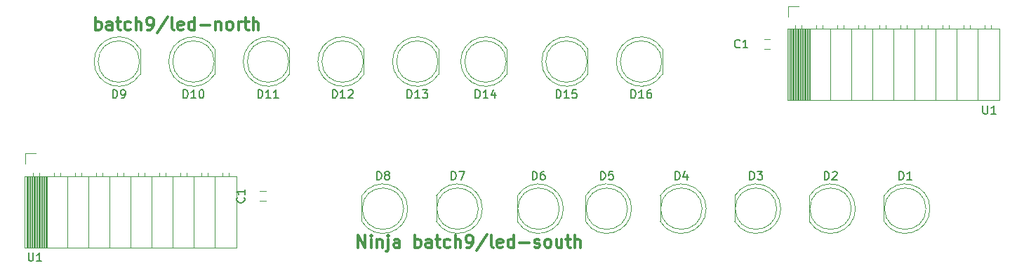
<source format=gto>
G04 #@! TF.GenerationSoftware,KiCad,Pcbnew,(5.1.6-0-10_14)*
G04 #@! TF.CreationDate,2021-08-31T11:09:41+09:00*
G04 #@! TF.ProjectId,qPCR-panel_led_20210831,71504352-2d70-4616-9e65-6c5f6c65645f,rev?*
G04 #@! TF.SameCoordinates,Original*
G04 #@! TF.FileFunction,Legend,Top*
G04 #@! TF.FilePolarity,Positive*
%FSLAX46Y46*%
G04 Gerber Fmt 4.6, Leading zero omitted, Abs format (unit mm)*
G04 Created by KiCad (PCBNEW (5.1.6-0-10_14)) date 2021-08-31 11:09:41*
%MOMM*%
%LPD*%
G01*
G04 APERTURE LIST*
%ADD10C,0.300000*%
%ADD11C,0.120000*%
%ADD12C,0.150000*%
G04 APERTURE END LIST*
D10*
X106997142Y-78008211D02*
X106997142Y-76508211D01*
X107854285Y-78008211D01*
X107854285Y-76508211D01*
X108568571Y-78008211D02*
X108568571Y-77008211D01*
X108568571Y-76508211D02*
X108497142Y-76579640D01*
X108568571Y-76651068D01*
X108640000Y-76579640D01*
X108568571Y-76508211D01*
X108568571Y-76651068D01*
X109282857Y-77008211D02*
X109282857Y-78008211D01*
X109282857Y-77151068D02*
X109354285Y-77079640D01*
X109497142Y-77008211D01*
X109711428Y-77008211D01*
X109854285Y-77079640D01*
X109925714Y-77222497D01*
X109925714Y-78008211D01*
X110640000Y-77008211D02*
X110640000Y-78293925D01*
X110568571Y-78436782D01*
X110425714Y-78508211D01*
X110354285Y-78508211D01*
X110640000Y-76508211D02*
X110568571Y-76579640D01*
X110640000Y-76651068D01*
X110711428Y-76579640D01*
X110640000Y-76508211D01*
X110640000Y-76651068D01*
X111997142Y-78008211D02*
X111997142Y-77222497D01*
X111925714Y-77079640D01*
X111782857Y-77008211D01*
X111497142Y-77008211D01*
X111354285Y-77079640D01*
X111997142Y-77936782D02*
X111854285Y-78008211D01*
X111497142Y-78008211D01*
X111354285Y-77936782D01*
X111282857Y-77793925D01*
X111282857Y-77651068D01*
X111354285Y-77508211D01*
X111497142Y-77436782D01*
X111854285Y-77436782D01*
X111997142Y-77365354D01*
X113854285Y-78008211D02*
X113854285Y-76508211D01*
X113854285Y-77079640D02*
X113997142Y-77008211D01*
X114282857Y-77008211D01*
X114425714Y-77079640D01*
X114497142Y-77151068D01*
X114568571Y-77293925D01*
X114568571Y-77722497D01*
X114497142Y-77865354D01*
X114425714Y-77936782D01*
X114282857Y-78008211D01*
X113997142Y-78008211D01*
X113854285Y-77936782D01*
X115854285Y-78008211D02*
X115854285Y-77222497D01*
X115782857Y-77079640D01*
X115640000Y-77008211D01*
X115354285Y-77008211D01*
X115211428Y-77079640D01*
X115854285Y-77936782D02*
X115711428Y-78008211D01*
X115354285Y-78008211D01*
X115211428Y-77936782D01*
X115140000Y-77793925D01*
X115140000Y-77651068D01*
X115211428Y-77508211D01*
X115354285Y-77436782D01*
X115711428Y-77436782D01*
X115854285Y-77365354D01*
X116354285Y-77008211D02*
X116925714Y-77008211D01*
X116568571Y-76508211D02*
X116568571Y-77793925D01*
X116640000Y-77936782D01*
X116782857Y-78008211D01*
X116925714Y-78008211D01*
X118068571Y-77936782D02*
X117925714Y-78008211D01*
X117640000Y-78008211D01*
X117497142Y-77936782D01*
X117425714Y-77865354D01*
X117354285Y-77722497D01*
X117354285Y-77293925D01*
X117425714Y-77151068D01*
X117497142Y-77079640D01*
X117640000Y-77008211D01*
X117925714Y-77008211D01*
X118068571Y-77079640D01*
X118711428Y-78008211D02*
X118711428Y-76508211D01*
X119354285Y-78008211D02*
X119354285Y-77222497D01*
X119282857Y-77079640D01*
X119140000Y-77008211D01*
X118925714Y-77008211D01*
X118782857Y-77079640D01*
X118711428Y-77151068D01*
X120140000Y-78008211D02*
X120425714Y-78008211D01*
X120568571Y-77936782D01*
X120640000Y-77865354D01*
X120782857Y-77651068D01*
X120854285Y-77365354D01*
X120854285Y-76793925D01*
X120782857Y-76651068D01*
X120711428Y-76579640D01*
X120568571Y-76508211D01*
X120282857Y-76508211D01*
X120140000Y-76579640D01*
X120068571Y-76651068D01*
X119997142Y-76793925D01*
X119997142Y-77151068D01*
X120068571Y-77293925D01*
X120140000Y-77365354D01*
X120282857Y-77436782D01*
X120568571Y-77436782D01*
X120711428Y-77365354D01*
X120782857Y-77293925D01*
X120854285Y-77151068D01*
X122568571Y-76436782D02*
X121282857Y-78365354D01*
X123282857Y-78008211D02*
X123140000Y-77936782D01*
X123068571Y-77793925D01*
X123068571Y-76508211D01*
X124425714Y-77936782D02*
X124282857Y-78008211D01*
X123997142Y-78008211D01*
X123854285Y-77936782D01*
X123782857Y-77793925D01*
X123782857Y-77222497D01*
X123854285Y-77079640D01*
X123997142Y-77008211D01*
X124282857Y-77008211D01*
X124425714Y-77079640D01*
X124497142Y-77222497D01*
X124497142Y-77365354D01*
X123782857Y-77508211D01*
X125782857Y-78008211D02*
X125782857Y-76508211D01*
X125782857Y-77936782D02*
X125640000Y-78008211D01*
X125354285Y-78008211D01*
X125211428Y-77936782D01*
X125140000Y-77865354D01*
X125068571Y-77722497D01*
X125068571Y-77293925D01*
X125140000Y-77151068D01*
X125211428Y-77079640D01*
X125354285Y-77008211D01*
X125640000Y-77008211D01*
X125782857Y-77079640D01*
X126497142Y-77436782D02*
X127640000Y-77436782D01*
X128282857Y-77936782D02*
X128425714Y-78008211D01*
X128711428Y-78008211D01*
X128854285Y-77936782D01*
X128925714Y-77793925D01*
X128925714Y-77722497D01*
X128854285Y-77579640D01*
X128711428Y-77508211D01*
X128497142Y-77508211D01*
X128354285Y-77436782D01*
X128282857Y-77293925D01*
X128282857Y-77222497D01*
X128354285Y-77079640D01*
X128497142Y-77008211D01*
X128711428Y-77008211D01*
X128854285Y-77079640D01*
X129782857Y-78008211D02*
X129640000Y-77936782D01*
X129568571Y-77865354D01*
X129497142Y-77722497D01*
X129497142Y-77293925D01*
X129568571Y-77151068D01*
X129640000Y-77079640D01*
X129782857Y-77008211D01*
X129997142Y-77008211D01*
X130140000Y-77079640D01*
X130211428Y-77151068D01*
X130282857Y-77293925D01*
X130282857Y-77722497D01*
X130211428Y-77865354D01*
X130140000Y-77936782D01*
X129997142Y-78008211D01*
X129782857Y-78008211D01*
X131568571Y-77008211D02*
X131568571Y-78008211D01*
X130925714Y-77008211D02*
X130925714Y-77793925D01*
X130997142Y-77936782D01*
X131140000Y-78008211D01*
X131354285Y-78008211D01*
X131497142Y-77936782D01*
X131568571Y-77865354D01*
X132068571Y-77008211D02*
X132640000Y-77008211D01*
X132282857Y-76508211D02*
X132282857Y-77793925D01*
X132354285Y-77936782D01*
X132497142Y-78008211D01*
X132640000Y-78008211D01*
X133140000Y-78008211D02*
X133140000Y-76508211D01*
X133782857Y-78008211D02*
X133782857Y-77222497D01*
X133711428Y-77079640D01*
X133568571Y-77008211D01*
X133354285Y-77008211D01*
X133211428Y-77079640D01*
X133140000Y-77151068D01*
X75333571Y-51678211D02*
X75333571Y-50178211D01*
X75333571Y-50749640D02*
X75476428Y-50678211D01*
X75762142Y-50678211D01*
X75905000Y-50749640D01*
X75976428Y-50821068D01*
X76047857Y-50963925D01*
X76047857Y-51392497D01*
X75976428Y-51535354D01*
X75905000Y-51606782D01*
X75762142Y-51678211D01*
X75476428Y-51678211D01*
X75333571Y-51606782D01*
X77333571Y-51678211D02*
X77333571Y-50892497D01*
X77262142Y-50749640D01*
X77119285Y-50678211D01*
X76833571Y-50678211D01*
X76690714Y-50749640D01*
X77333571Y-51606782D02*
X77190714Y-51678211D01*
X76833571Y-51678211D01*
X76690714Y-51606782D01*
X76619285Y-51463925D01*
X76619285Y-51321068D01*
X76690714Y-51178211D01*
X76833571Y-51106782D01*
X77190714Y-51106782D01*
X77333571Y-51035354D01*
X77833571Y-50678211D02*
X78405000Y-50678211D01*
X78047857Y-50178211D02*
X78047857Y-51463925D01*
X78119285Y-51606782D01*
X78262142Y-51678211D01*
X78405000Y-51678211D01*
X79547857Y-51606782D02*
X79405000Y-51678211D01*
X79119285Y-51678211D01*
X78976428Y-51606782D01*
X78905000Y-51535354D01*
X78833571Y-51392497D01*
X78833571Y-50963925D01*
X78905000Y-50821068D01*
X78976428Y-50749640D01*
X79119285Y-50678211D01*
X79405000Y-50678211D01*
X79547857Y-50749640D01*
X80190714Y-51678211D02*
X80190714Y-50178211D01*
X80833571Y-51678211D02*
X80833571Y-50892497D01*
X80762142Y-50749640D01*
X80619285Y-50678211D01*
X80405000Y-50678211D01*
X80262142Y-50749640D01*
X80190714Y-50821068D01*
X81619285Y-51678211D02*
X81905000Y-51678211D01*
X82047857Y-51606782D01*
X82119285Y-51535354D01*
X82262142Y-51321068D01*
X82333571Y-51035354D01*
X82333571Y-50463925D01*
X82262142Y-50321068D01*
X82190714Y-50249640D01*
X82047857Y-50178211D01*
X81762142Y-50178211D01*
X81619285Y-50249640D01*
X81547857Y-50321068D01*
X81476428Y-50463925D01*
X81476428Y-50821068D01*
X81547857Y-50963925D01*
X81619285Y-51035354D01*
X81762142Y-51106782D01*
X82047857Y-51106782D01*
X82190714Y-51035354D01*
X82262142Y-50963925D01*
X82333571Y-50821068D01*
X84047857Y-50106782D02*
X82762142Y-52035354D01*
X84762142Y-51678211D02*
X84619285Y-51606782D01*
X84547857Y-51463925D01*
X84547857Y-50178211D01*
X85905000Y-51606782D02*
X85762142Y-51678211D01*
X85476428Y-51678211D01*
X85333571Y-51606782D01*
X85262142Y-51463925D01*
X85262142Y-50892497D01*
X85333571Y-50749640D01*
X85476428Y-50678211D01*
X85762142Y-50678211D01*
X85905000Y-50749640D01*
X85976428Y-50892497D01*
X85976428Y-51035354D01*
X85262142Y-51178211D01*
X87262142Y-51678211D02*
X87262142Y-50178211D01*
X87262142Y-51606782D02*
X87119285Y-51678211D01*
X86833571Y-51678211D01*
X86690714Y-51606782D01*
X86619285Y-51535354D01*
X86547857Y-51392497D01*
X86547857Y-50963925D01*
X86619285Y-50821068D01*
X86690714Y-50749640D01*
X86833571Y-50678211D01*
X87119285Y-50678211D01*
X87262142Y-50749640D01*
X87976428Y-51106782D02*
X89119285Y-51106782D01*
X89833571Y-50678211D02*
X89833571Y-51678211D01*
X89833571Y-50821068D02*
X89905000Y-50749640D01*
X90047857Y-50678211D01*
X90262142Y-50678211D01*
X90405000Y-50749640D01*
X90476428Y-50892497D01*
X90476428Y-51678211D01*
X91404999Y-51678211D02*
X91262142Y-51606782D01*
X91190714Y-51535354D01*
X91119285Y-51392497D01*
X91119285Y-50963925D01*
X91190714Y-50821068D01*
X91262142Y-50749640D01*
X91404999Y-50678211D01*
X91619285Y-50678211D01*
X91762142Y-50749640D01*
X91833571Y-50821068D01*
X91905000Y-50963925D01*
X91905000Y-51392497D01*
X91833571Y-51535354D01*
X91762142Y-51606782D01*
X91619285Y-51678211D01*
X91404999Y-51678211D01*
X92547857Y-51678211D02*
X92547857Y-50678211D01*
X92547857Y-50963925D02*
X92619285Y-50821068D01*
X92690714Y-50749640D01*
X92833571Y-50678211D01*
X92976428Y-50678211D01*
X93262142Y-50678211D02*
X93833571Y-50678211D01*
X93476428Y-50178211D02*
X93476428Y-51463925D01*
X93547857Y-51606782D01*
X93690714Y-51678211D01*
X93833571Y-51678211D01*
X94333571Y-51678211D02*
X94333571Y-50178211D01*
X94976428Y-51678211D02*
X94976428Y-50892497D01*
X94905000Y-50749640D01*
X94762142Y-50678211D01*
X94547857Y-50678211D01*
X94405000Y-50749640D01*
X94333571Y-50821068D01*
D11*
G04 #@! TO.C,C1*
X95850000Y-72399640D02*
X95150000Y-72399640D01*
X95150000Y-71199640D02*
X95850000Y-71199640D01*
G04 #@! TO.C,D1*
X175500000Y-73321640D02*
G75*
G03*
X175500000Y-73321640I-2500000J0D01*
G01*
X170440000Y-71776640D02*
X170440000Y-74866640D01*
X175990000Y-73322102D02*
G75*
G03*
X170440000Y-71776810I-2990000J462D01*
G01*
X175990000Y-73321178D02*
G75*
G02*
X170440000Y-74866470I-2990000J-462D01*
G01*
G04 #@! TO.C,D2*
X161440000Y-71776640D02*
X161440000Y-74866640D01*
X166500000Y-73321640D02*
G75*
G03*
X166500000Y-73321640I-2500000J0D01*
G01*
X166990000Y-73321178D02*
G75*
G02*
X161440000Y-74866470I-2990000J-462D01*
G01*
X166990000Y-73322102D02*
G75*
G03*
X161440000Y-71776810I-2990000J462D01*
G01*
G04 #@! TO.C,D3*
X157500000Y-73321640D02*
G75*
G03*
X157500000Y-73321640I-2500000J0D01*
G01*
X152440000Y-71776640D02*
X152440000Y-74866640D01*
X157990000Y-73322102D02*
G75*
G03*
X152440000Y-71776810I-2990000J462D01*
G01*
X157990000Y-73321178D02*
G75*
G02*
X152440000Y-74866470I-2990000J-462D01*
G01*
G04 #@! TO.C,D4*
X143440000Y-71776640D02*
X143440000Y-74866640D01*
X148500000Y-73321640D02*
G75*
G03*
X148500000Y-73321640I-2500000J0D01*
G01*
X148990000Y-73321178D02*
G75*
G02*
X143440000Y-74866470I-2990000J-462D01*
G01*
X148990000Y-73322102D02*
G75*
G03*
X143440000Y-71776810I-2990000J462D01*
G01*
G04 #@! TO.C,D5*
X139500000Y-73321640D02*
G75*
G03*
X139500000Y-73321640I-2500000J0D01*
G01*
X134440000Y-71776640D02*
X134440000Y-74866640D01*
X139990000Y-73322102D02*
G75*
G03*
X134440000Y-71776810I-2990000J462D01*
G01*
X139990000Y-73321178D02*
G75*
G02*
X134440000Y-74866470I-2990000J-462D01*
G01*
G04 #@! TO.C,D6*
X126210000Y-71776640D02*
X126210000Y-74866640D01*
X131270000Y-73321640D02*
G75*
G03*
X131270000Y-73321640I-2500000J0D01*
G01*
X131760000Y-73321178D02*
G75*
G02*
X126210000Y-74866470I-2990000J-462D01*
G01*
X131760000Y-73322102D02*
G75*
G03*
X126210000Y-71776810I-2990000J462D01*
G01*
G04 #@! TO.C,D7*
X121500000Y-73321640D02*
G75*
G03*
X121500000Y-73321640I-2500000J0D01*
G01*
X116440000Y-71776640D02*
X116440000Y-74866640D01*
X121990000Y-73322102D02*
G75*
G03*
X116440000Y-71776810I-2990000J462D01*
G01*
X121990000Y-73321178D02*
G75*
G02*
X116440000Y-74866470I-2990000J-462D01*
G01*
G04 #@! TO.C,D8*
X107440000Y-71776640D02*
X107440000Y-74866640D01*
X112500000Y-73321640D02*
G75*
G03*
X112500000Y-73321640I-2500000J0D01*
G01*
X112990000Y-73321178D02*
G75*
G02*
X107440000Y-74866470I-2990000J-462D01*
G01*
X112990000Y-73322102D02*
G75*
G03*
X107440000Y-71776810I-2990000J462D01*
G01*
G04 #@! TO.C,U1*
X66864254Y-66651640D02*
X68134254Y-66651640D01*
X66864254Y-67921640D02*
X66864254Y-66651640D01*
X91374254Y-68951640D02*
X91374254Y-69381640D01*
X90614254Y-68951640D02*
X90614254Y-69381640D01*
X89724254Y-78011640D02*
X89724254Y-69381640D01*
X92324254Y-78011640D02*
X89724254Y-78011640D01*
X92324254Y-69381640D02*
X92324254Y-78011640D01*
X89724254Y-69381640D02*
X92324254Y-69381640D01*
X88834254Y-68951640D02*
X88834254Y-69381640D01*
X88074254Y-68951640D02*
X88074254Y-69381640D01*
X87184254Y-78011640D02*
X87184254Y-69381640D01*
X89724254Y-78011640D02*
X87184254Y-78011640D01*
X89724254Y-69381640D02*
X89724254Y-78011640D01*
X87184254Y-69381640D02*
X89724254Y-69381640D01*
X86294254Y-68951640D02*
X86294254Y-69381640D01*
X85534254Y-68951640D02*
X85534254Y-69381640D01*
X84644254Y-78011640D02*
X84644254Y-69381640D01*
X87184254Y-78011640D02*
X84644254Y-78011640D01*
X87184254Y-69381640D02*
X87184254Y-78011640D01*
X84644254Y-69381640D02*
X87184254Y-69381640D01*
X83754254Y-68951640D02*
X83754254Y-69381640D01*
X82994254Y-68951640D02*
X82994254Y-69381640D01*
X82104254Y-78011640D02*
X82104254Y-69381640D01*
X84644254Y-78011640D02*
X82104254Y-78011640D01*
X84644254Y-69381640D02*
X84644254Y-78011640D01*
X82104254Y-69381640D02*
X84644254Y-69381640D01*
X81214254Y-68951640D02*
X81214254Y-69381640D01*
X80454254Y-68951640D02*
X80454254Y-69381640D01*
X79564254Y-78011640D02*
X79564254Y-69381640D01*
X82104254Y-78011640D02*
X79564254Y-78011640D01*
X82104254Y-69381640D02*
X82104254Y-78011640D01*
X79564254Y-69381640D02*
X82104254Y-69381640D01*
X78674254Y-68951640D02*
X78674254Y-69381640D01*
X77914254Y-68951640D02*
X77914254Y-69381640D01*
X77024254Y-78011640D02*
X77024254Y-69381640D01*
X79564254Y-78011640D02*
X77024254Y-78011640D01*
X79564254Y-69381640D02*
X79564254Y-78011640D01*
X77024254Y-69381640D02*
X79564254Y-69381640D01*
X76134254Y-68951640D02*
X76134254Y-69381640D01*
X75374254Y-68951640D02*
X75374254Y-69381640D01*
X74484254Y-78011640D02*
X74484254Y-69381640D01*
X77024254Y-78011640D02*
X74484254Y-78011640D01*
X77024254Y-69381640D02*
X77024254Y-78011640D01*
X74484254Y-69381640D02*
X77024254Y-69381640D01*
X73594254Y-68951640D02*
X73594254Y-69381640D01*
X72834254Y-68951640D02*
X72834254Y-69381640D01*
X71944254Y-78011640D02*
X71944254Y-69381640D01*
X74484254Y-78011640D02*
X71944254Y-78011640D01*
X74484254Y-69381640D02*
X74484254Y-78011640D01*
X71944254Y-69381640D02*
X74484254Y-69381640D01*
X71054254Y-68951640D02*
X71054254Y-69381640D01*
X70294254Y-68951640D02*
X70294254Y-69381640D01*
X69404254Y-78011640D02*
X69404254Y-69381640D01*
X71944254Y-78011640D02*
X69404254Y-78011640D01*
X71944254Y-69381640D02*
X71944254Y-78011640D01*
X69404254Y-69381640D02*
X71944254Y-69381640D01*
X69504254Y-69381640D02*
X69504254Y-78011640D01*
X69384254Y-69381640D02*
X69384254Y-78011640D01*
X69264254Y-69381640D02*
X69264254Y-78011640D01*
X69144254Y-69381640D02*
X69144254Y-78011640D01*
X69024254Y-69381640D02*
X69024254Y-78011640D01*
X68904254Y-69381640D02*
X68904254Y-78011640D01*
X68784254Y-69381640D02*
X68784254Y-78011640D01*
X68664254Y-69381640D02*
X68664254Y-78011640D01*
X68544254Y-69381640D02*
X68544254Y-78011640D01*
X68424254Y-69381640D02*
X68424254Y-78011640D01*
X68304254Y-69381640D02*
X68304254Y-78011640D01*
X68184254Y-69381640D02*
X68184254Y-78011640D01*
X68064254Y-69381640D02*
X68064254Y-78011640D01*
X67944254Y-69381640D02*
X67944254Y-78011640D01*
X67824254Y-69381640D02*
X67824254Y-78011640D01*
X67704254Y-69381640D02*
X67704254Y-78011640D01*
X67584254Y-69381640D02*
X67584254Y-78011640D01*
X67464254Y-69381640D02*
X67464254Y-78011640D01*
X67344254Y-69381640D02*
X67344254Y-78011640D01*
X67224254Y-69381640D02*
X67224254Y-78011640D01*
X67104254Y-69381640D02*
X67104254Y-78011640D01*
X66984254Y-69381640D02*
X66984254Y-78011640D01*
X68514254Y-68951640D02*
X68514254Y-69381640D01*
X67754254Y-68951640D02*
X67754254Y-69381640D01*
X66804254Y-78011640D02*
X66804254Y-69381640D01*
X69404254Y-78011640D02*
X66804254Y-78011640D01*
X69404254Y-69381640D02*
X69404254Y-78011640D01*
X66804254Y-69381640D02*
X69404254Y-69381640D01*
G04 #@! TO.C,C1*
X156685000Y-54019640D02*
X155985000Y-54019640D01*
X155985000Y-52819640D02*
X156685000Y-52819640D01*
G04 #@! TO.C,D9*
X80695000Y-57066640D02*
X80695000Y-53976640D01*
X80635000Y-55521640D02*
G75*
G03*
X80635000Y-55521640I-2500000J0D01*
G01*
X75145000Y-55521178D02*
G75*
G03*
X80695000Y-57066470I2990000J-462D01*
G01*
X75145000Y-55522102D02*
G75*
G02*
X80695000Y-53976810I2990000J462D01*
G01*
G04 #@! TO.C,D10*
X89635000Y-55521640D02*
G75*
G03*
X89635000Y-55521640I-2500000J0D01*
G01*
X89695000Y-57066640D02*
X89695000Y-53976640D01*
X84145000Y-55522102D02*
G75*
G02*
X89695000Y-53976810I2990000J462D01*
G01*
X84145000Y-55521178D02*
G75*
G03*
X89695000Y-57066470I2990000J-462D01*
G01*
G04 #@! TO.C,D11*
X98695000Y-57066640D02*
X98695000Y-53976640D01*
X98635000Y-55521640D02*
G75*
G03*
X98635000Y-55521640I-2500000J0D01*
G01*
X93145000Y-55521178D02*
G75*
G03*
X98695000Y-57066470I2990000J-462D01*
G01*
X93145000Y-55522102D02*
G75*
G02*
X98695000Y-53976810I2990000J462D01*
G01*
G04 #@! TO.C,D12*
X107635000Y-55521640D02*
G75*
G03*
X107635000Y-55521640I-2500000J0D01*
G01*
X107695000Y-57066640D02*
X107695000Y-53976640D01*
X102145000Y-55522102D02*
G75*
G02*
X107695000Y-53976810I2990000J462D01*
G01*
X102145000Y-55521178D02*
G75*
G03*
X107695000Y-57066470I2990000J-462D01*
G01*
G04 #@! TO.C,D13*
X116695000Y-57066640D02*
X116695000Y-53976640D01*
X116635000Y-55521640D02*
G75*
G03*
X116635000Y-55521640I-2500000J0D01*
G01*
X111145000Y-55521178D02*
G75*
G03*
X116695000Y-57066470I2990000J-462D01*
G01*
X111145000Y-55522102D02*
G75*
G02*
X116695000Y-53976810I2990000J462D01*
G01*
G04 #@! TO.C,D14*
X124865000Y-55521640D02*
G75*
G03*
X124865000Y-55521640I-2500000J0D01*
G01*
X124925000Y-57066640D02*
X124925000Y-53976640D01*
X119375000Y-55522102D02*
G75*
G02*
X124925000Y-53976810I2990000J462D01*
G01*
X119375000Y-55521178D02*
G75*
G03*
X124925000Y-57066470I2990000J-462D01*
G01*
G04 #@! TO.C,D15*
X134695000Y-57066640D02*
X134695000Y-53976640D01*
X134635000Y-55521640D02*
G75*
G03*
X134635000Y-55521640I-2500000J0D01*
G01*
X129145000Y-55521178D02*
G75*
G03*
X134695000Y-57066470I2990000J-462D01*
G01*
X129145000Y-55522102D02*
G75*
G02*
X134695000Y-53976810I2990000J462D01*
G01*
G04 #@! TO.C,D16*
X143635000Y-55521640D02*
G75*
G03*
X143635000Y-55521640I-2500000J0D01*
G01*
X143695000Y-57066640D02*
X143695000Y-53976640D01*
X138145000Y-55522102D02*
G75*
G02*
X143695000Y-53976810I2990000J462D01*
G01*
X138145000Y-55521178D02*
G75*
G03*
X143695000Y-57066470I2990000J-462D01*
G01*
G04 #@! TO.C,U1*
X158810746Y-51581640D02*
X161410746Y-51581640D01*
X161410746Y-51581640D02*
X161410746Y-60211640D01*
X161410746Y-60211640D02*
X158810746Y-60211640D01*
X158810746Y-60211640D02*
X158810746Y-51581640D01*
X159760746Y-51151640D02*
X159760746Y-51581640D01*
X160520746Y-51151640D02*
X160520746Y-51581640D01*
X158990746Y-51581640D02*
X158990746Y-60211640D01*
X159110746Y-51581640D02*
X159110746Y-60211640D01*
X159230746Y-51581640D02*
X159230746Y-60211640D01*
X159350746Y-51581640D02*
X159350746Y-60211640D01*
X159470746Y-51581640D02*
X159470746Y-60211640D01*
X159590746Y-51581640D02*
X159590746Y-60211640D01*
X159710746Y-51581640D02*
X159710746Y-60211640D01*
X159830746Y-51581640D02*
X159830746Y-60211640D01*
X159950746Y-51581640D02*
X159950746Y-60211640D01*
X160070746Y-51581640D02*
X160070746Y-60211640D01*
X160190746Y-51581640D02*
X160190746Y-60211640D01*
X160310746Y-51581640D02*
X160310746Y-60211640D01*
X160430746Y-51581640D02*
X160430746Y-60211640D01*
X160550746Y-51581640D02*
X160550746Y-60211640D01*
X160670746Y-51581640D02*
X160670746Y-60211640D01*
X160790746Y-51581640D02*
X160790746Y-60211640D01*
X160910746Y-51581640D02*
X160910746Y-60211640D01*
X161030746Y-51581640D02*
X161030746Y-60211640D01*
X161150746Y-51581640D02*
X161150746Y-60211640D01*
X161270746Y-51581640D02*
X161270746Y-60211640D01*
X161390746Y-51581640D02*
X161390746Y-60211640D01*
X161510746Y-51581640D02*
X161510746Y-60211640D01*
X161410746Y-51581640D02*
X163950746Y-51581640D01*
X163950746Y-51581640D02*
X163950746Y-60211640D01*
X163950746Y-60211640D02*
X161410746Y-60211640D01*
X161410746Y-60211640D02*
X161410746Y-51581640D01*
X162300746Y-51151640D02*
X162300746Y-51581640D01*
X163060746Y-51151640D02*
X163060746Y-51581640D01*
X163950746Y-51581640D02*
X166490746Y-51581640D01*
X166490746Y-51581640D02*
X166490746Y-60211640D01*
X166490746Y-60211640D02*
X163950746Y-60211640D01*
X163950746Y-60211640D02*
X163950746Y-51581640D01*
X164840746Y-51151640D02*
X164840746Y-51581640D01*
X165600746Y-51151640D02*
X165600746Y-51581640D01*
X166490746Y-51581640D02*
X169030746Y-51581640D01*
X169030746Y-51581640D02*
X169030746Y-60211640D01*
X169030746Y-60211640D02*
X166490746Y-60211640D01*
X166490746Y-60211640D02*
X166490746Y-51581640D01*
X167380746Y-51151640D02*
X167380746Y-51581640D01*
X168140746Y-51151640D02*
X168140746Y-51581640D01*
X169030746Y-51581640D02*
X171570746Y-51581640D01*
X171570746Y-51581640D02*
X171570746Y-60211640D01*
X171570746Y-60211640D02*
X169030746Y-60211640D01*
X169030746Y-60211640D02*
X169030746Y-51581640D01*
X169920746Y-51151640D02*
X169920746Y-51581640D01*
X170680746Y-51151640D02*
X170680746Y-51581640D01*
X171570746Y-51581640D02*
X174110746Y-51581640D01*
X174110746Y-51581640D02*
X174110746Y-60211640D01*
X174110746Y-60211640D02*
X171570746Y-60211640D01*
X171570746Y-60211640D02*
X171570746Y-51581640D01*
X172460746Y-51151640D02*
X172460746Y-51581640D01*
X173220746Y-51151640D02*
X173220746Y-51581640D01*
X174110746Y-51581640D02*
X176650746Y-51581640D01*
X176650746Y-51581640D02*
X176650746Y-60211640D01*
X176650746Y-60211640D02*
X174110746Y-60211640D01*
X174110746Y-60211640D02*
X174110746Y-51581640D01*
X175000746Y-51151640D02*
X175000746Y-51581640D01*
X175760746Y-51151640D02*
X175760746Y-51581640D01*
X176650746Y-51581640D02*
X179190746Y-51581640D01*
X179190746Y-51581640D02*
X179190746Y-60211640D01*
X179190746Y-60211640D02*
X176650746Y-60211640D01*
X176650746Y-60211640D02*
X176650746Y-51581640D01*
X177540746Y-51151640D02*
X177540746Y-51581640D01*
X178300746Y-51151640D02*
X178300746Y-51581640D01*
X179190746Y-51581640D02*
X181730746Y-51581640D01*
X181730746Y-51581640D02*
X181730746Y-60211640D01*
X181730746Y-60211640D02*
X179190746Y-60211640D01*
X179190746Y-60211640D02*
X179190746Y-51581640D01*
X180080746Y-51151640D02*
X180080746Y-51581640D01*
X180840746Y-51151640D02*
X180840746Y-51581640D01*
X181730746Y-51581640D02*
X184330746Y-51581640D01*
X184330746Y-51581640D02*
X184330746Y-60211640D01*
X184330746Y-60211640D02*
X181730746Y-60211640D01*
X181730746Y-60211640D02*
X181730746Y-51581640D01*
X182620746Y-51151640D02*
X182620746Y-51581640D01*
X183380746Y-51151640D02*
X183380746Y-51581640D01*
X158870746Y-50121640D02*
X158870746Y-48851640D01*
X158870746Y-48851640D02*
X160140746Y-48851640D01*
G04 #@! TO.C,C1*
D12*
X93249142Y-71966306D02*
X93296761Y-72013925D01*
X93344380Y-72156782D01*
X93344380Y-72252020D01*
X93296761Y-72394878D01*
X93201523Y-72490116D01*
X93106285Y-72537735D01*
X92915809Y-72585354D01*
X92772952Y-72585354D01*
X92582476Y-72537735D01*
X92487238Y-72490116D01*
X92392000Y-72394878D01*
X92344380Y-72252020D01*
X92344380Y-72156782D01*
X92392000Y-72013925D01*
X92439619Y-71966306D01*
X93344380Y-71013925D02*
X93344380Y-71585354D01*
X93344380Y-71299640D02*
X92344380Y-71299640D01*
X92487238Y-71394878D01*
X92582476Y-71490116D01*
X92630095Y-71585354D01*
G04 #@! TO.C,D1*
X172261904Y-69814020D02*
X172261904Y-68814020D01*
X172500000Y-68814020D01*
X172642857Y-68861640D01*
X172738095Y-68956878D01*
X172785714Y-69052116D01*
X172833333Y-69242592D01*
X172833333Y-69385449D01*
X172785714Y-69575925D01*
X172738095Y-69671163D01*
X172642857Y-69766401D01*
X172500000Y-69814020D01*
X172261904Y-69814020D01*
X173785714Y-69814020D02*
X173214285Y-69814020D01*
X173500000Y-69814020D02*
X173500000Y-68814020D01*
X173404761Y-68956878D01*
X173309523Y-69052116D01*
X173214285Y-69099735D01*
G04 #@! TO.C,D2*
X163261904Y-69814020D02*
X163261904Y-68814020D01*
X163500000Y-68814020D01*
X163642857Y-68861640D01*
X163738095Y-68956878D01*
X163785714Y-69052116D01*
X163833333Y-69242592D01*
X163833333Y-69385449D01*
X163785714Y-69575925D01*
X163738095Y-69671163D01*
X163642857Y-69766401D01*
X163500000Y-69814020D01*
X163261904Y-69814020D01*
X164214285Y-68909259D02*
X164261904Y-68861640D01*
X164357142Y-68814020D01*
X164595238Y-68814020D01*
X164690476Y-68861640D01*
X164738095Y-68909259D01*
X164785714Y-69004497D01*
X164785714Y-69099735D01*
X164738095Y-69242592D01*
X164166666Y-69814020D01*
X164785714Y-69814020D01*
G04 #@! TO.C,D3*
X154261904Y-69814020D02*
X154261904Y-68814020D01*
X154500000Y-68814020D01*
X154642857Y-68861640D01*
X154738095Y-68956878D01*
X154785714Y-69052116D01*
X154833333Y-69242592D01*
X154833333Y-69385449D01*
X154785714Y-69575925D01*
X154738095Y-69671163D01*
X154642857Y-69766401D01*
X154500000Y-69814020D01*
X154261904Y-69814020D01*
X155166666Y-68814020D02*
X155785714Y-68814020D01*
X155452380Y-69194973D01*
X155595238Y-69194973D01*
X155690476Y-69242592D01*
X155738095Y-69290211D01*
X155785714Y-69385449D01*
X155785714Y-69623544D01*
X155738095Y-69718782D01*
X155690476Y-69766401D01*
X155595238Y-69814020D01*
X155309523Y-69814020D01*
X155214285Y-69766401D01*
X155166666Y-69718782D01*
G04 #@! TO.C,D4*
X145261904Y-69814020D02*
X145261904Y-68814020D01*
X145500000Y-68814020D01*
X145642857Y-68861640D01*
X145738095Y-68956878D01*
X145785714Y-69052116D01*
X145833333Y-69242592D01*
X145833333Y-69385449D01*
X145785714Y-69575925D01*
X145738095Y-69671163D01*
X145642857Y-69766401D01*
X145500000Y-69814020D01*
X145261904Y-69814020D01*
X146690476Y-69147354D02*
X146690476Y-69814020D01*
X146452380Y-68766401D02*
X146214285Y-69480687D01*
X146833333Y-69480687D01*
G04 #@! TO.C,D5*
X136261904Y-69814020D02*
X136261904Y-68814020D01*
X136500000Y-68814020D01*
X136642857Y-68861640D01*
X136738095Y-68956878D01*
X136785714Y-69052116D01*
X136833333Y-69242592D01*
X136833333Y-69385449D01*
X136785714Y-69575925D01*
X136738095Y-69671163D01*
X136642857Y-69766401D01*
X136500000Y-69814020D01*
X136261904Y-69814020D01*
X137738095Y-68814020D02*
X137261904Y-68814020D01*
X137214285Y-69290211D01*
X137261904Y-69242592D01*
X137357142Y-69194973D01*
X137595238Y-69194973D01*
X137690476Y-69242592D01*
X137738095Y-69290211D01*
X137785714Y-69385449D01*
X137785714Y-69623544D01*
X137738095Y-69718782D01*
X137690476Y-69766401D01*
X137595238Y-69814020D01*
X137357142Y-69814020D01*
X137261904Y-69766401D01*
X137214285Y-69718782D01*
G04 #@! TO.C,D6*
X128031904Y-69814020D02*
X128031904Y-68814020D01*
X128270000Y-68814020D01*
X128412857Y-68861640D01*
X128508095Y-68956878D01*
X128555714Y-69052116D01*
X128603333Y-69242592D01*
X128603333Y-69385449D01*
X128555714Y-69575925D01*
X128508095Y-69671163D01*
X128412857Y-69766401D01*
X128270000Y-69814020D01*
X128031904Y-69814020D01*
X129460476Y-68814020D02*
X129270000Y-68814020D01*
X129174761Y-68861640D01*
X129127142Y-68909259D01*
X129031904Y-69052116D01*
X128984285Y-69242592D01*
X128984285Y-69623544D01*
X129031904Y-69718782D01*
X129079523Y-69766401D01*
X129174761Y-69814020D01*
X129365238Y-69814020D01*
X129460476Y-69766401D01*
X129508095Y-69718782D01*
X129555714Y-69623544D01*
X129555714Y-69385449D01*
X129508095Y-69290211D01*
X129460476Y-69242592D01*
X129365238Y-69194973D01*
X129174761Y-69194973D01*
X129079523Y-69242592D01*
X129031904Y-69290211D01*
X128984285Y-69385449D01*
G04 #@! TO.C,D7*
X118261904Y-69814020D02*
X118261904Y-68814020D01*
X118500000Y-68814020D01*
X118642857Y-68861640D01*
X118738095Y-68956878D01*
X118785714Y-69052116D01*
X118833333Y-69242592D01*
X118833333Y-69385449D01*
X118785714Y-69575925D01*
X118738095Y-69671163D01*
X118642857Y-69766401D01*
X118500000Y-69814020D01*
X118261904Y-69814020D01*
X119166666Y-68814020D02*
X119833333Y-68814020D01*
X119404761Y-69814020D01*
G04 #@! TO.C,D8*
X109261904Y-69814020D02*
X109261904Y-68814020D01*
X109500000Y-68814020D01*
X109642857Y-68861640D01*
X109738095Y-68956878D01*
X109785714Y-69052116D01*
X109833333Y-69242592D01*
X109833333Y-69385449D01*
X109785714Y-69575925D01*
X109738095Y-69671163D01*
X109642857Y-69766401D01*
X109500000Y-69814020D01*
X109261904Y-69814020D01*
X110404761Y-69242592D02*
X110309523Y-69194973D01*
X110261904Y-69147354D01*
X110214285Y-69052116D01*
X110214285Y-69004497D01*
X110261904Y-68909259D01*
X110309523Y-68861640D01*
X110404761Y-68814020D01*
X110595238Y-68814020D01*
X110690476Y-68861640D01*
X110738095Y-68909259D01*
X110785714Y-69004497D01*
X110785714Y-69052116D01*
X110738095Y-69147354D01*
X110690476Y-69194973D01*
X110595238Y-69242592D01*
X110404761Y-69242592D01*
X110309523Y-69290211D01*
X110261904Y-69337830D01*
X110214285Y-69433068D01*
X110214285Y-69623544D01*
X110261904Y-69718782D01*
X110309523Y-69766401D01*
X110404761Y-69814020D01*
X110595238Y-69814020D01*
X110690476Y-69766401D01*
X110738095Y-69718782D01*
X110785714Y-69623544D01*
X110785714Y-69433068D01*
X110738095Y-69337830D01*
X110690476Y-69290211D01*
X110595238Y-69242592D01*
G04 #@! TO.C,U1*
X67238095Y-78652020D02*
X67238095Y-79461544D01*
X67285714Y-79556782D01*
X67333333Y-79604401D01*
X67428571Y-79652020D01*
X67619047Y-79652020D01*
X67714285Y-79604401D01*
X67761904Y-79556782D01*
X67809523Y-79461544D01*
X67809523Y-78652020D01*
X68809523Y-79652020D02*
X68238095Y-79652020D01*
X68523809Y-79652020D02*
X68523809Y-78652020D01*
X68428571Y-78794878D01*
X68333333Y-78890116D01*
X68238095Y-78937735D01*
G04 #@! TO.C,C1*
X153060333Y-53776782D02*
X153012714Y-53824401D01*
X152869857Y-53872020D01*
X152774619Y-53872020D01*
X152631761Y-53824401D01*
X152536523Y-53729163D01*
X152488904Y-53633925D01*
X152441285Y-53443449D01*
X152441285Y-53300592D01*
X152488904Y-53110116D01*
X152536523Y-53014878D01*
X152631761Y-52919640D01*
X152774619Y-52872020D01*
X152869857Y-52872020D01*
X153012714Y-52919640D01*
X153060333Y-52967259D01*
X154012714Y-53872020D02*
X153441285Y-53872020D01*
X153727000Y-53872020D02*
X153727000Y-52872020D01*
X153631761Y-53014878D01*
X153536523Y-53110116D01*
X153441285Y-53157735D01*
G04 #@! TO.C,D9*
X77396904Y-59934020D02*
X77396904Y-58934020D01*
X77635000Y-58934020D01*
X77777857Y-58981640D01*
X77873095Y-59076878D01*
X77920714Y-59172116D01*
X77968333Y-59362592D01*
X77968333Y-59505449D01*
X77920714Y-59695925D01*
X77873095Y-59791163D01*
X77777857Y-59886401D01*
X77635000Y-59934020D01*
X77396904Y-59934020D01*
X78444523Y-59934020D02*
X78635000Y-59934020D01*
X78730238Y-59886401D01*
X78777857Y-59838782D01*
X78873095Y-59695925D01*
X78920714Y-59505449D01*
X78920714Y-59124497D01*
X78873095Y-59029259D01*
X78825476Y-58981640D01*
X78730238Y-58934020D01*
X78539761Y-58934020D01*
X78444523Y-58981640D01*
X78396904Y-59029259D01*
X78349285Y-59124497D01*
X78349285Y-59362592D01*
X78396904Y-59457830D01*
X78444523Y-59505449D01*
X78539761Y-59553068D01*
X78730238Y-59553068D01*
X78825476Y-59505449D01*
X78873095Y-59457830D01*
X78920714Y-59362592D01*
G04 #@! TO.C,D10*
X85920714Y-59934020D02*
X85920714Y-58934020D01*
X86158809Y-58934020D01*
X86301666Y-58981640D01*
X86396904Y-59076878D01*
X86444523Y-59172116D01*
X86492142Y-59362592D01*
X86492142Y-59505449D01*
X86444523Y-59695925D01*
X86396904Y-59791163D01*
X86301666Y-59886401D01*
X86158809Y-59934020D01*
X85920714Y-59934020D01*
X87444523Y-59934020D02*
X86873095Y-59934020D01*
X87158809Y-59934020D02*
X87158809Y-58934020D01*
X87063571Y-59076878D01*
X86968333Y-59172116D01*
X86873095Y-59219735D01*
X88063571Y-58934020D02*
X88158809Y-58934020D01*
X88254047Y-58981640D01*
X88301666Y-59029259D01*
X88349285Y-59124497D01*
X88396904Y-59314973D01*
X88396904Y-59553068D01*
X88349285Y-59743544D01*
X88301666Y-59838782D01*
X88254047Y-59886401D01*
X88158809Y-59934020D01*
X88063571Y-59934020D01*
X87968333Y-59886401D01*
X87920714Y-59838782D01*
X87873095Y-59743544D01*
X87825476Y-59553068D01*
X87825476Y-59314973D01*
X87873095Y-59124497D01*
X87920714Y-59029259D01*
X87968333Y-58981640D01*
X88063571Y-58934020D01*
G04 #@! TO.C,D11*
X94920714Y-59934020D02*
X94920714Y-58934020D01*
X95158809Y-58934020D01*
X95301666Y-58981640D01*
X95396904Y-59076878D01*
X95444523Y-59172116D01*
X95492142Y-59362592D01*
X95492142Y-59505449D01*
X95444523Y-59695925D01*
X95396904Y-59791163D01*
X95301666Y-59886401D01*
X95158809Y-59934020D01*
X94920714Y-59934020D01*
X96444523Y-59934020D02*
X95873095Y-59934020D01*
X96158809Y-59934020D02*
X96158809Y-58934020D01*
X96063571Y-59076878D01*
X95968333Y-59172116D01*
X95873095Y-59219735D01*
X97396904Y-59934020D02*
X96825476Y-59934020D01*
X97111190Y-59934020D02*
X97111190Y-58934020D01*
X97015952Y-59076878D01*
X96920714Y-59172116D01*
X96825476Y-59219735D01*
G04 #@! TO.C,D12*
X103920714Y-59934020D02*
X103920714Y-58934020D01*
X104158809Y-58934020D01*
X104301666Y-58981640D01*
X104396904Y-59076878D01*
X104444523Y-59172116D01*
X104492142Y-59362592D01*
X104492142Y-59505449D01*
X104444523Y-59695925D01*
X104396904Y-59791163D01*
X104301666Y-59886401D01*
X104158809Y-59934020D01*
X103920714Y-59934020D01*
X105444523Y-59934020D02*
X104873095Y-59934020D01*
X105158809Y-59934020D02*
X105158809Y-58934020D01*
X105063571Y-59076878D01*
X104968333Y-59172116D01*
X104873095Y-59219735D01*
X105825476Y-59029259D02*
X105873095Y-58981640D01*
X105968333Y-58934020D01*
X106206428Y-58934020D01*
X106301666Y-58981640D01*
X106349285Y-59029259D01*
X106396904Y-59124497D01*
X106396904Y-59219735D01*
X106349285Y-59362592D01*
X105777857Y-59934020D01*
X106396904Y-59934020D01*
G04 #@! TO.C,D13*
X112920714Y-59934020D02*
X112920714Y-58934020D01*
X113158809Y-58934020D01*
X113301666Y-58981640D01*
X113396904Y-59076878D01*
X113444523Y-59172116D01*
X113492142Y-59362592D01*
X113492142Y-59505449D01*
X113444523Y-59695925D01*
X113396904Y-59791163D01*
X113301666Y-59886401D01*
X113158809Y-59934020D01*
X112920714Y-59934020D01*
X114444523Y-59934020D02*
X113873095Y-59934020D01*
X114158809Y-59934020D02*
X114158809Y-58934020D01*
X114063571Y-59076878D01*
X113968333Y-59172116D01*
X113873095Y-59219735D01*
X114777857Y-58934020D02*
X115396904Y-58934020D01*
X115063571Y-59314973D01*
X115206428Y-59314973D01*
X115301666Y-59362592D01*
X115349285Y-59410211D01*
X115396904Y-59505449D01*
X115396904Y-59743544D01*
X115349285Y-59838782D01*
X115301666Y-59886401D01*
X115206428Y-59934020D01*
X114920714Y-59934020D01*
X114825476Y-59886401D01*
X114777857Y-59838782D01*
G04 #@! TO.C,D14*
X121150714Y-59934020D02*
X121150714Y-58934020D01*
X121388809Y-58934020D01*
X121531666Y-58981640D01*
X121626904Y-59076878D01*
X121674523Y-59172116D01*
X121722142Y-59362592D01*
X121722142Y-59505449D01*
X121674523Y-59695925D01*
X121626904Y-59791163D01*
X121531666Y-59886401D01*
X121388809Y-59934020D01*
X121150714Y-59934020D01*
X122674523Y-59934020D02*
X122103095Y-59934020D01*
X122388809Y-59934020D02*
X122388809Y-58934020D01*
X122293571Y-59076878D01*
X122198333Y-59172116D01*
X122103095Y-59219735D01*
X123531666Y-59267354D02*
X123531666Y-59934020D01*
X123293571Y-58886401D02*
X123055476Y-59600687D01*
X123674523Y-59600687D01*
G04 #@! TO.C,D15*
X130920714Y-59934020D02*
X130920714Y-58934020D01*
X131158809Y-58934020D01*
X131301666Y-58981640D01*
X131396904Y-59076878D01*
X131444523Y-59172116D01*
X131492142Y-59362592D01*
X131492142Y-59505449D01*
X131444523Y-59695925D01*
X131396904Y-59791163D01*
X131301666Y-59886401D01*
X131158809Y-59934020D01*
X130920714Y-59934020D01*
X132444523Y-59934020D02*
X131873095Y-59934020D01*
X132158809Y-59934020D02*
X132158809Y-58934020D01*
X132063571Y-59076878D01*
X131968333Y-59172116D01*
X131873095Y-59219735D01*
X133349285Y-58934020D02*
X132873095Y-58934020D01*
X132825476Y-59410211D01*
X132873095Y-59362592D01*
X132968333Y-59314973D01*
X133206428Y-59314973D01*
X133301666Y-59362592D01*
X133349285Y-59410211D01*
X133396904Y-59505449D01*
X133396904Y-59743544D01*
X133349285Y-59838782D01*
X133301666Y-59886401D01*
X133206428Y-59934020D01*
X132968333Y-59934020D01*
X132873095Y-59886401D01*
X132825476Y-59838782D01*
G04 #@! TO.C,D16*
X139920714Y-59934020D02*
X139920714Y-58934020D01*
X140158809Y-58934020D01*
X140301666Y-58981640D01*
X140396904Y-59076878D01*
X140444523Y-59172116D01*
X140492142Y-59362592D01*
X140492142Y-59505449D01*
X140444523Y-59695925D01*
X140396904Y-59791163D01*
X140301666Y-59886401D01*
X140158809Y-59934020D01*
X139920714Y-59934020D01*
X141444523Y-59934020D02*
X140873095Y-59934020D01*
X141158809Y-59934020D02*
X141158809Y-58934020D01*
X141063571Y-59076878D01*
X140968333Y-59172116D01*
X140873095Y-59219735D01*
X142301666Y-58934020D02*
X142111190Y-58934020D01*
X142015952Y-58981640D01*
X141968333Y-59029259D01*
X141873095Y-59172116D01*
X141825476Y-59362592D01*
X141825476Y-59743544D01*
X141873095Y-59838782D01*
X141920714Y-59886401D01*
X142015952Y-59934020D01*
X142206428Y-59934020D01*
X142301666Y-59886401D01*
X142349285Y-59838782D01*
X142396904Y-59743544D01*
X142396904Y-59505449D01*
X142349285Y-59410211D01*
X142301666Y-59362592D01*
X142206428Y-59314973D01*
X142015952Y-59314973D01*
X141920714Y-59362592D01*
X141873095Y-59410211D01*
X141825476Y-59505449D01*
G04 #@! TO.C,U1*
X182373095Y-60852020D02*
X182373095Y-61661544D01*
X182420714Y-61756782D01*
X182468333Y-61804401D01*
X182563571Y-61852020D01*
X182754047Y-61852020D01*
X182849285Y-61804401D01*
X182896904Y-61756782D01*
X182944523Y-61661544D01*
X182944523Y-60852020D01*
X183944523Y-61852020D02*
X183373095Y-61852020D01*
X183658809Y-61852020D02*
X183658809Y-60852020D01*
X183563571Y-60994878D01*
X183468333Y-61090116D01*
X183373095Y-61137735D01*
G04 #@! TD*
M02*

</source>
